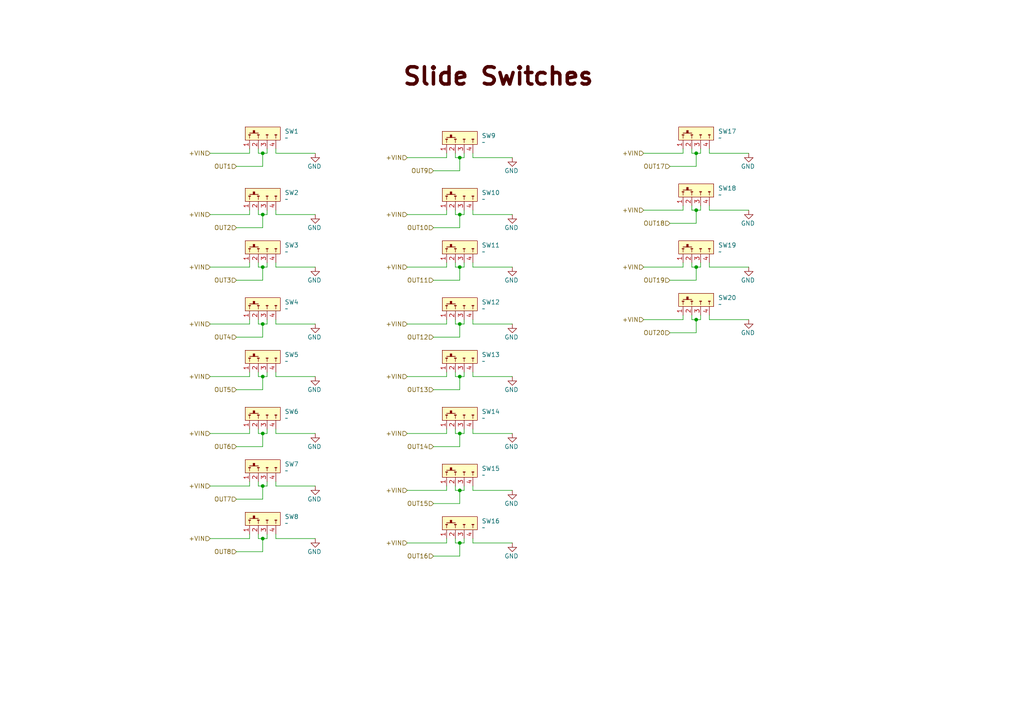
<source format=kicad_sch>
(kicad_sch (version 20250114) (generator "eeschema") (generator_version "9.0")
  (paper "A4")
  (title_block (title "Control Unit Tester") (date "2025-05-20") (comment 1 "Slide Switches"))
  (lib_symbols
    (symbol "My_Libraries:SLIDE_SWITCH_SP3T" (pin_names (hide yes))
      (property "Reference" "SW" (at -0.762 4.826 0))
      (symbol "SLIDE_SWITCH_SP3T_1_1"
        (rectangle (start -6.35 3.81) (end 3.81 0) (fill (type color) (color 255 255 194 1)))
        (polyline (pts (xy -5.08 2.032) (xy -2.54 2.032)) (stroke (width 0.2)))
        (polyline (pts (xy -5.08 0.508) (xy -5.08 1.524)))
        (polyline (pts (xy -4.826 1.524) (xy -5.334 1.524)) (stroke (width 0.3)))
        (polyline (pts (xy -4.064 2.032) (xy -4.064 2.794) (xy -3.556 2.794) (xy -3.556 2.032) (xy -4.064 2.032)) (fill (type outline)))
        (polyline (pts (xy -2.54 0.508) (xy -2.54 1.524)))
        (polyline (pts (xy -2.286 1.524) (xy -2.794 1.524)) (stroke (width 0.3)))
        (polyline (pts (xy 0 0.508) (xy 0 1.524)))
        (polyline (pts (xy 0.254 1.524) (xy -0.254 1.524)) (stroke (width 0.3)))
        (polyline (pts (xy 2.54 0.508) (xy 2.54 1.524)))
        (polyline (pts (xy 2.794 1.524) (xy 2.286 1.524)) (stroke (width 0.3)))
        (pin passive line (at -5.08 -2.54 90) (length 2.54) (name "1") (number "1"))
        (pin passive line (at -2.54 -2.54 90) (length 2.54) (name "2") (number "2"))
        (pin passive line (at 0 -2.54 90) (length 2.54) (name "3") (number "3"))
        (pin passive line (at 2.54 -2.54 90) (length 2.54) (name "4") (number "4"))
      )
    )
    (symbol "power:GND" (power) (pin_numbers (hide yes)) (pin_names (offset 0) (hide yes))
      (property "Value" "GND" (at 0 -3.81 0))
      (symbol "GND_0_1"
        (polyline (pts (xy 0 0) (xy 0 -1.27) (xy 1.27 -1.27) (xy 0 -2.54) (xy -1.27 -1.27) (xy 0 -1.27)))
      )
      (symbol "GND_1_1"
        (pin power_in line (at 0 0 270) (length 0) (name "~") (number "1"))
      )
    )
  )
  (text "Slide Switches" (at 144.526 22.352 0) (effects (font (size 5 5) (thickness 1) (bold yes))))
  (junction (at 76.2 77.47))
  (junction (at 76.2 140.97))
  (junction (at 133.35 77.47))
  (junction (at 76.2 156.21))
  (junction (at 133.35 109.22))
  (junction (at 76.2 62.23))
  (junction (at 201.93 77.47))
  (junction (at 76.2 93.98))
  (junction (at 201.93 44.45))
  (junction (at 201.93 60.96))
  (junction (at 133.35 142.24))
  (junction (at 201.93 92.71))
  (junction (at 133.35 62.23))
  (junction (at 133.35 125.73))
  (junction (at 133.35 45.72))
  (junction (at 76.2 125.73))
  (junction (at 76.2 109.22))
  (junction (at 133.35 157.48))
  (junction (at 133.35 93.98))
  (junction (at 76.2 44.45))
  (wire (pts (xy 194.31 96.52) (xy 201.93 96.52)))
  (wire (pts (xy 132.08 124.46) (xy 132.08 125.73)))
  (wire (pts (xy 77.47 43.18) (xy 77.47 44.45)))
  (wire (pts (xy 76.2 62.23) (xy 77.47 62.23)))
  (wire (pts (xy 68.58 48.26) (xy 76.2 48.26)))
  (wire (pts (xy 134.62 156.21) (xy 134.62 157.48)))
  (wire (pts (xy 201.93 44.45) (xy 201.93 48.26)))
  (wire (pts (xy 205.74 43.18) (xy 205.74 44.45)))
  (wire (pts (xy 68.58 113.03) (xy 76.2 113.03)))
  (wire (pts (xy 133.35 157.48) (xy 133.35 161.29)))
  (wire (pts (xy 74.93 62.23) (xy 76.2 62.23)))
  (wire (pts (xy 125.73 81.28) (xy 133.35 81.28)))
  (wire (pts (xy 205.74 92.71) (xy 217.17 92.71)))
  (wire (pts (xy 129.54 124.46) (xy 129.54 125.73)))
  (wire (pts (xy 72.39 154.94) (xy 72.39 156.21)))
  (wire (pts (xy 76.2 109.22) (xy 77.47 109.22)))
  (wire (pts (xy 194.31 48.26) (xy 201.93 48.26)))
  (wire (pts (xy 80.01 77.47) (xy 91.44 77.47)))
  (wire (pts (xy 133.35 93.98) (xy 134.62 93.98)))
  (wire (pts (xy 74.93 44.45) (xy 76.2 44.45)))
  (wire (pts (xy 137.16 107.95) (xy 137.16 109.22)))
  (wire (pts (xy 198.12 91.44) (xy 198.12 92.71)))
  (wire (pts (xy 134.62 140.97) (xy 134.62 142.24)))
  (wire (pts (xy 133.35 77.47) (xy 133.35 81.28)))
  (wire (pts (xy 132.08 93.98) (xy 133.35 93.98)))
  (wire (pts (xy 200.66 59.69) (xy 200.66 60.96)))
  (wire (pts (xy 137.16 93.98) (xy 148.59 93.98)))
  (wire (pts (xy 203.2 76.2) (xy 203.2 77.47)))
  (wire (pts (xy 60.96 44.45) (xy 72.39 44.45)))
  (wire (pts (xy 133.35 62.23) (xy 133.35 66.04)))
  (wire (pts (xy 132.08 92.71) (xy 132.08 93.98)))
  (wire (pts (xy 132.08 142.24) (xy 133.35 142.24)))
  (wire (pts (xy 137.16 76.2) (xy 137.16 77.47)))
  (wire (pts (xy 125.73 49.53) (xy 133.35 49.53)))
  (wire (pts (xy 134.62 44.45) (xy 134.62 45.72)))
  (wire (pts (xy 133.35 125.73) (xy 134.62 125.73)))
  (wire (pts (xy 137.16 45.72) (xy 148.59 45.72)))
  (wire (pts (xy 129.54 107.95) (xy 129.54 109.22)))
  (wire (pts (xy 134.62 124.46) (xy 134.62 125.73)))
  (wire (pts (xy 118.11 93.98) (xy 129.54 93.98)))
  (wire (pts (xy 76.2 125.73) (xy 76.2 129.54)))
  (wire (pts (xy 76.2 125.73) (xy 77.47 125.73)))
  (wire (pts (xy 194.31 81.28) (xy 201.93 81.28)))
  (wire (pts (xy 203.2 91.44) (xy 203.2 92.71)))
  (wire (pts (xy 134.62 107.95) (xy 134.62 109.22)))
  (wire (pts (xy 80.01 139.7) (xy 80.01 140.97)))
  (wire (pts (xy 132.08 60.96) (xy 132.08 62.23)))
  (wire (pts (xy 137.16 44.45) (xy 137.16 45.72)))
  (wire (pts (xy 77.47 139.7) (xy 77.47 140.97)))
  (wire (pts (xy 77.47 154.94) (xy 77.47 156.21)))
  (wire (pts (xy 77.47 124.46) (xy 77.47 125.73)))
  (wire (pts (xy 72.39 43.18) (xy 72.39 44.45)))
  (wire (pts (xy 132.08 157.48) (xy 133.35 157.48)))
  (wire (pts (xy 137.16 109.22) (xy 148.59 109.22)))
  (wire (pts (xy 194.31 64.77) (xy 201.93 64.77)))
  (wire (pts (xy 129.54 92.71) (xy 129.54 93.98)))
  (wire (pts (xy 68.58 66.04) (xy 76.2 66.04)))
  (wire (pts (xy 74.93 139.7) (xy 74.93 140.97)))
  (wire (pts (xy 72.39 76.2) (xy 72.39 77.47)))
  (wire (pts (xy 134.62 76.2) (xy 134.62 77.47)))
  (wire (pts (xy 200.66 91.44) (xy 200.66 92.71)))
  (wire (pts (xy 60.96 109.22) (xy 72.39 109.22)))
  (wire (pts (xy 80.01 60.96) (xy 80.01 62.23)))
  (wire (pts (xy 133.35 62.23) (xy 134.62 62.23)))
  (wire (pts (xy 137.16 62.23) (xy 148.59 62.23)))
  (wire (pts (xy 60.96 140.97) (xy 72.39 140.97)))
  (wire (pts (xy 205.74 59.69) (xy 205.74 60.96)))
  (wire (pts (xy 76.2 62.23) (xy 76.2 66.04)))
  (wire (pts (xy 60.96 77.47) (xy 72.39 77.47)))
  (wire (pts (xy 74.93 77.47) (xy 76.2 77.47)))
  (wire (pts (xy 76.2 44.45) (xy 76.2 48.26)))
  (wire (pts (xy 68.58 144.78) (xy 76.2 144.78)))
  (wire (pts (xy 132.08 140.97) (xy 132.08 142.24)))
  (wire (pts (xy 80.01 156.21) (xy 91.44 156.21)))
  (wire (pts (xy 198.12 43.18) (xy 198.12 44.45)))
  (wire (pts (xy 76.2 156.21) (xy 77.47 156.21)))
  (wire (pts (xy 125.73 146.05) (xy 133.35 146.05)))
  (wire (pts (xy 80.01 124.46) (xy 80.01 125.73)))
  (wire (pts (xy 80.01 43.18) (xy 80.01 44.45)))
  (wire (pts (xy 118.11 125.73) (xy 129.54 125.73)))
  (wire (pts (xy 118.11 109.22) (xy 129.54 109.22)))
  (wire (pts (xy 201.93 60.96) (xy 201.93 64.77)))
  (wire (pts (xy 76.2 140.97) (xy 76.2 144.78)))
  (wire (pts (xy 133.35 45.72) (xy 133.35 49.53)))
  (wire (pts (xy 118.11 45.72) (xy 129.54 45.72)))
  (wire (pts (xy 132.08 109.22) (xy 133.35 109.22)))
  (wire (pts (xy 80.01 93.98) (xy 91.44 93.98)))
  (wire (pts (xy 72.39 60.96) (xy 72.39 62.23)))
  (wire (pts (xy 200.66 76.2) (xy 200.66 77.47)))
  (wire (pts (xy 201.93 60.96) (xy 203.2 60.96)))
  (wire (pts (xy 132.08 107.95) (xy 132.08 109.22)))
  (wire (pts (xy 186.69 92.71) (xy 198.12 92.71)))
  (wire (pts (xy 137.16 125.73) (xy 148.59 125.73)))
  (wire (pts (xy 200.66 92.71) (xy 201.93 92.71)))
  (wire (pts (xy 72.39 92.71) (xy 72.39 93.98)))
  (wire (pts (xy 74.93 92.71) (xy 74.93 93.98)))
  (wire (pts (xy 134.62 92.71) (xy 134.62 93.98)))
  (wire (pts (xy 132.08 125.73) (xy 133.35 125.73)))
  (wire (pts (xy 132.08 45.72) (xy 133.35 45.72)))
  (wire (pts (xy 205.74 77.47) (xy 217.17 77.47)))
  (wire (pts (xy 133.35 45.72) (xy 134.62 45.72)))
  (wire (pts (xy 68.58 160.02) (xy 76.2 160.02)))
  (wire (pts (xy 77.47 92.71) (xy 77.47 93.98)))
  (wire (pts (xy 60.96 62.23) (xy 72.39 62.23)))
  (wire (pts (xy 133.35 77.47) (xy 134.62 77.47)))
  (wire (pts (xy 77.47 60.96) (xy 77.47 62.23)))
  (wire (pts (xy 77.47 76.2) (xy 77.47 77.47)))
  (wire (pts (xy 118.11 142.24) (xy 129.54 142.24)))
  (wire (pts (xy 133.35 109.22) (xy 133.35 113.03)))
  (wire (pts (xy 132.08 156.21) (xy 132.08 157.48)))
  (wire (pts (xy 74.93 124.46) (xy 74.93 125.73)))
  (wire (pts (xy 137.16 60.96) (xy 137.16 62.23)))
  (wire (pts (xy 80.01 62.23) (xy 91.44 62.23)))
  (wire (pts (xy 137.16 157.48) (xy 148.59 157.48)))
  (wire (pts (xy 68.58 81.28) (xy 76.2 81.28)))
  (wire (pts (xy 76.2 93.98) (xy 77.47 93.98)))
  (wire (pts (xy 80.01 154.94) (xy 80.01 156.21)))
  (wire (pts (xy 201.93 92.71) (xy 201.93 96.52)))
  (wire (pts (xy 133.35 93.98) (xy 133.35 97.79)))
  (wire (pts (xy 60.96 93.98) (xy 72.39 93.98)))
  (wire (pts (xy 74.93 93.98) (xy 76.2 93.98)))
  (wire (pts (xy 80.01 125.73) (xy 91.44 125.73)))
  (wire (pts (xy 129.54 156.21) (xy 129.54 157.48)))
  (wire (pts (xy 129.54 60.96) (xy 129.54 62.23)))
  (wire (pts (xy 125.73 66.04) (xy 133.35 66.04)))
  (wire (pts (xy 76.2 77.47) (xy 77.47 77.47)))
  (wire (pts (xy 72.39 107.95) (xy 72.39 109.22)))
  (wire (pts (xy 125.73 129.54) (xy 133.35 129.54)))
  (wire (pts (xy 74.93 125.73) (xy 76.2 125.73)))
  (wire (pts (xy 201.93 44.45) (xy 203.2 44.45)))
  (wire (pts (xy 76.2 109.22) (xy 76.2 113.03)))
  (wire (pts (xy 203.2 43.18) (xy 203.2 44.45)))
  (wire (pts (xy 74.93 107.95) (xy 74.93 109.22)))
  (wire (pts (xy 129.54 44.45) (xy 129.54 45.72)))
  (wire (pts (xy 203.2 59.69) (xy 203.2 60.96)))
  (wire (pts (xy 200.66 44.45) (xy 201.93 44.45)))
  (wire (pts (xy 198.12 76.2) (xy 198.12 77.47)))
  (wire (pts (xy 76.2 140.97) (xy 77.47 140.97)))
  (wire (pts (xy 125.73 113.03) (xy 133.35 113.03)))
  (wire (pts (xy 132.08 76.2) (xy 132.08 77.47)))
  (wire (pts (xy 133.35 109.22) (xy 134.62 109.22)))
  (wire (pts (xy 201.93 92.71) (xy 203.2 92.71)))
  (wire (pts (xy 76.2 156.21) (xy 76.2 160.02)))
  (wire (pts (xy 186.69 44.45) (xy 198.12 44.45)))
  (wire (pts (xy 68.58 129.54) (xy 76.2 129.54)))
  (wire (pts (xy 118.11 62.23) (xy 129.54 62.23)))
  (wire (pts (xy 133.35 125.73) (xy 133.35 129.54)))
  (wire (pts (xy 133.35 157.48) (xy 134.62 157.48)))
  (wire (pts (xy 132.08 77.47) (xy 133.35 77.47)))
  (wire (pts (xy 60.96 125.73) (xy 72.39 125.73)))
  (wire (pts (xy 80.01 140.97) (xy 91.44 140.97)))
  (wire (pts (xy 77.47 107.95) (xy 77.47 109.22)))
  (wire (pts (xy 205.74 91.44) (xy 205.74 92.71)))
  (wire (pts (xy 76.2 93.98) (xy 76.2 97.79)))
  (wire (pts (xy 118.11 157.48) (xy 129.54 157.48)))
  (wire (pts (xy 74.93 156.21) (xy 76.2 156.21)))
  (wire (pts (xy 205.74 44.45) (xy 217.17 44.45)))
  (wire (pts (xy 72.39 124.46) (xy 72.39 125.73)))
  (wire (pts (xy 80.01 107.95) (xy 80.01 109.22)))
  (wire (pts (xy 68.58 97.79) (xy 76.2 97.79)))
  (wire (pts (xy 72.39 139.7) (xy 72.39 140.97)))
  (wire (pts (xy 74.93 76.2) (xy 74.93 77.47)))
  (wire (pts (xy 134.62 60.96) (xy 134.62 62.23)))
  (wire (pts (xy 133.35 142.24) (xy 133.35 146.05)))
  (wire (pts (xy 137.16 142.24) (xy 148.59 142.24)))
  (wire (pts (xy 200.66 43.18) (xy 200.66 44.45)))
  (wire (pts (xy 80.01 44.45) (xy 91.44 44.45)))
  (wire (pts (xy 80.01 76.2) (xy 80.01 77.47)))
  (wire (pts (xy 129.54 140.97) (xy 129.54 142.24)))
  (wire (pts (xy 80.01 109.22) (xy 91.44 109.22)))
  (wire (pts (xy 60.96 156.21) (xy 72.39 156.21)))
  (wire (pts (xy 137.16 156.21) (xy 137.16 157.48)))
  (wire (pts (xy 129.54 76.2) (xy 129.54 77.47)))
  (wire (pts (xy 74.93 109.22) (xy 76.2 109.22)))
  (wire (pts (xy 205.74 76.2) (xy 205.74 77.47)))
  (wire (pts (xy 205.74 60.96) (xy 217.17 60.96)))
  (wire (pts (xy 186.69 77.47) (xy 198.12 77.47)))
  (wire (pts (xy 137.16 140.97) (xy 137.16 142.24)))
  (wire (pts (xy 74.93 60.96) (xy 74.93 62.23)))
  (wire (pts (xy 200.66 77.47) (xy 201.93 77.47)))
  (wire (pts (xy 198.12 59.69) (xy 198.12 60.96)))
  (wire (pts (xy 80.01 92.71) (xy 80.01 93.98)))
  (wire (pts (xy 125.73 97.79) (xy 133.35 97.79)))
  (wire (pts (xy 137.16 92.71) (xy 137.16 93.98)))
  (wire (pts (xy 76.2 77.47) (xy 76.2 81.28)))
  (wire (pts (xy 74.93 140.97) (xy 76.2 140.97)))
  (wire (pts (xy 133.35 142.24) (xy 134.62 142.24)))
  (wire (pts (xy 76.2 44.45) (xy 77.47 44.45)))
  (wire (pts (xy 201.93 77.47) (xy 203.2 77.47)))
  (wire (pts (xy 186.69 60.96) (xy 198.12 60.96)))
  (wire (pts (xy 74.93 154.94) (xy 74.93 156.21)))
  (wire (pts (xy 137.16 77.47) (xy 148.59 77.47)))
  (wire (pts (xy 74.93 43.18) (xy 74.93 44.45)))
  (wire (pts (xy 125.73 161.29) (xy 133.35 161.29)))
  (wire (pts (xy 200.66 60.96) (xy 201.93 60.96)))
  (wire (pts (xy 132.08 62.23) (xy 133.35 62.23)))
  (wire (pts (xy 118.11 77.47) (xy 129.54 77.47)))
  (wire (pts (xy 137.16 124.46) (xy 137.16 125.73)))
  (wire (pts (xy 132.08 44.45) (xy 132.08 45.72)))
  (wire (pts (xy 201.93 77.47) (xy 201.93 81.28)))
  (hierarchical_label "+VIN" (shape input) (at 118.11 157.48 180))
  (hierarchical_label "+VIN" (shape input) (at 118.11 77.47 180))
  (hierarchical_label "+VIN" (shape input) (at 118.11 125.73 180))
  (hierarchical_label "OUT5" (shape input) (at 68.58 113.03 180))
  (hierarchical_label "OUT19" (shape input) (at 194.31 81.28 180))
  (hierarchical_label "OUT15" (shape input) (at 125.73 146.05 180))
  (hierarchical_label "OUT7" (shape input) (at 68.58 144.78 180))
  (hierarchical_label "+VIN" (shape input) (at 60.96 62.23 180))
  (hierarchical_label "OUT12" (shape input) (at 125.73 97.79 180))
  (hierarchical_label "OUT1" (shape input) (at 68.58 48.26 180))
  (hierarchical_label "OUT9" (shape input) (at 125.73 49.53 180))
  (hierarchical_label "+VIN" (shape input) (at 186.69 44.45 180))
  (hierarchical_label "+VIN" (shape input) (at 186.69 60.96 180))
  (hierarchical_label "OUT20" (shape input) (at 194.31 96.52 180))
  (hierarchical_label "OUT16" (shape input) (at 125.73 161.29 180))
  (hierarchical_label "OUT17" (shape input) (at 194.31 48.26 180))
  (hierarchical_label "+VIN" (shape input) (at 118.11 109.22 180))
  (hierarchical_label "+VIN" (shape input) (at 60.96 44.45 180))
  (hierarchical_label "OUT6" (shape input) (at 68.58 129.54 180))
  (hierarchical_label "+VIN" (shape input) (at 60.96 156.21 180))
  (hierarchical_label "+VIN" (shape input) (at 60.96 109.22 180))
  (hierarchical_label "OUT4" (shape input) (at 68.58 97.79 180))
  (hierarchical_label "+VIN" (shape input) (at 60.96 140.97 180))
  (hierarchical_label "+VIN" (shape input) (at 186.69 77.47 180))
  (hierarchical_label "OUT13" (shape input) (at 125.73 113.03 180))
  (hierarchical_label "OUT11" (shape input) (at 125.73 81.28 180))
  (hierarchical_label "OUT8" (shape input) (at 68.58 160.02 180))
  (hierarchical_label "OUT18" (shape input) (at 194.31 64.77 180))
  (hierarchical_label "+VIN" (shape input) (at 118.11 93.98 180))
  (hierarchical_label "OUT10" (shape input) (at 125.73 66.04 180))
  (hierarchical_label "+VIN" (shape input) (at 60.96 93.98 180))
  (hierarchical_label "+VIN" (shape input) (at 60.96 77.47 180))
  (hierarchical_label "OUT2" (shape input) (at 68.58 66.04 180))
  (hierarchical_label "+VIN" (shape input) (at 60.96 125.73 180))
  (hierarchical_label "OUT3" (shape input) (at 68.58 81.28 180))
  (hierarchical_label "OUT14" (shape input) (at 125.73 129.54 180))
  (hierarchical_label "+VIN" (shape input) (at 118.11 142.24 180))
  (hierarchical_label "+VIN" (shape input) (at 118.11 45.72 180))
  (hierarchical_label "+VIN" (shape input) (at 118.11 62.23 180))
  (hierarchical_label "+VIN" (shape input) (at 186.69 92.71 180))
  (symbol (lib_id "My_Libraries:SLIDE_SWITCH_SP3T") (at 134.62 121.92 0) (unit 1)
    (property "Reference" "SW14" (at 139.7 119.3799 0) (effects (justify left)))
    (property "Value" "~" (at 139.7 121.285 0) (effects (justify left)))
    (property "Footprint" "My_Footprints:SLW-156646-5A-N-D" (effects (hide yes)))
    (property "Description" "Slide switch 4 positions SP3T" (effects (hide yes)))
  )
  (symbol (lib_id "power:GND") (at 91.44 156.21 0) (unit 1)
    (property "Reference" "#PWR019" (effects (hide yes)))
    (property "Value" "GND" (at 91.186 160.02 0))
    (property "Description" "Power symbol creates a global label with name \"GND\" , ground" (effects (hide yes)))
  )
  (symbol (lib_id "My_Libraries:SLIDE_SWITCH_SP3T") (at 203.2 57.15 0) (unit 1)
    (property "Reference" "SW18" (at 208.28 54.6099 0) (effects (justify left)))
    (property "Value" "~" (at 208.28 56.515 0) (effects (justify left)))
    (property "Footprint" "My_Footprints:SLW-156646-5A-N-D" (effects (hide yes)))
    (property "Description" "Slide switch 4 positions SP3T" (effects (hide yes)))
  )
  (symbol (lib_id "power:GND") (at 91.44 125.73 0) (unit 1)
    (property "Reference" "#PWR017" (effects (hide yes)))
    (property "Value" "GND" (at 91.186 129.54 0))
    (property "Description" "Power symbol creates a global label with name \"GND\" , ground" (effects (hide yes)))
  )
  (symbol (lib_id "power:GND") (at 91.44 93.98 0) (unit 1)
    (property "Reference" "#PWR015" (effects (hide yes)))
    (property "Value" "GND" (at 91.186 97.79 0))
    (property "Description" "Power symbol creates a global label with name \"GND\" , ground" (effects (hide yes)))
  )
  (symbol (lib_id "My_Libraries:SLIDE_SWITCH_SP3T") (at 77.47 58.42 0) (unit 1)
    (property "Reference" "SW2" (at 82.55 55.8799 0) (effects (justify left)))
    (property "Value" "~" (at 82.55 57.785 0) (effects (justify left)))
    (property "Footprint" "My_Footprints:SLW-156646-5A-N-D" (effects (hide yes)))
    (property "Description" "Slide switch 4 positions SP3T" (effects (hide yes)))
  )
  (symbol (lib_id "power:GND") (at 148.59 62.23 0) (unit 1)
    (property "Reference" "#PWR021" (effects (hide yes)))
    (property "Value" "GND" (at 148.336 66.04 0))
    (property "Description" "Power symbol creates a global label with name \"GND\" , ground" (effects (hide yes)))
  )
  (symbol (lib_id "power:GND") (at 148.59 157.48 0) (unit 1)
    (property "Reference" "#PWR027" (effects (hide yes)))
    (property "Value" "GND" (at 148.336 161.29 0))
    (property "Description" "Power symbol creates a global label with name \"GND\" , ground" (effects (hide yes)))
  )
  (symbol (lib_id "My_Libraries:SLIDE_SWITCH_SP3T") (at 203.2 73.66 0) (unit 1)
    (property "Reference" "SW19" (at 208.28 71.1199 0) (effects (justify left)))
    (property "Value" "~" (at 208.28 73.025 0) (effects (justify left)))
    (property "Footprint" "My_Footprints:SLW-156646-5A-N-D" (effects (hide yes)))
    (property "Description" "Slide switch 4 positions SP3T" (effects (hide yes)))
  )
  (symbol (lib_id "power:GND") (at 91.44 62.23 0) (unit 1)
    (property "Reference" "#PWR013" (effects (hide yes)))
    (property "Value" "GND" (at 91.186 66.04 0))
    (property "Description" "Power symbol creates a global label with name \"GND\" , ground" (effects (hide yes)))
  )
  (symbol (lib_id "My_Libraries:SLIDE_SWITCH_SP3T") (at 203.2 88.9 0) (unit 1)
    (property "Reference" "SW20" (at 208.28 86.3599 0) (effects (justify left)))
    (property "Value" "~" (at 208.28 88.265 0) (effects (justify left)))
    (property "Footprint" "My_Footprints:SLW-156646-5A-N-D" (effects (hide yes)))
    (property "Description" "Slide switch 4 positions SP3T" (effects (hide yes)))
  )
  (symbol (lib_id "My_Libraries:SLIDE_SWITCH_SP3T") (at 77.47 137.16 0) (unit 1)
    (property "Reference" "SW7" (at 82.55 134.6199 0) (effects (justify left)))
    (property "Value" "~" (at 82.55 136.525 0) (effects (justify left)))
    (property "Footprint" "My_Footprints:SLW-156646-5A-N-D" (effects (hide yes)))
    (property "Description" "Slide switch 4 positions SP3T" (effects (hide yes)))
  )
  (symbol (lib_id "power:GND") (at 91.44 140.97 0) (unit 1)
    (property "Reference" "#PWR018" (effects (hide yes)))
    (property "Value" "GND" (at 91.186 144.78 0))
    (property "Description" "Power symbol creates a global label with name \"GND\" , ground" (effects (hide yes)))
  )
  (symbol (lib_id "power:GND") (at 148.59 142.24 0) (unit 1)
    (property "Reference" "#PWR026" (effects (hide yes)))
    (property "Value" "GND" (at 148.336 146.05 0))
    (property "Description" "Power symbol creates a global label with name \"GND\" , ground" (effects (hide yes)))
  )
  (symbol (lib_id "power:GND") (at 148.59 109.22 0) (unit 1)
    (property "Reference" "#PWR024" (effects (hide yes)))
    (property "Value" "GND" (at 148.336 113.03 0))
    (property "Description" "Power symbol creates a global label with name \"GND\" , ground" (effects (hide yes)))
  )
  (symbol (lib_id "power:GND") (at 148.59 93.98 0) (unit 1)
    (property "Reference" "#PWR023" (effects (hide yes)))
    (property "Value" "GND" (at 148.336 97.79 0))
    (property "Description" "Power symbol creates a global label with name \"GND\" , ground" (effects (hide yes)))
  )
  (symbol (lib_id "My_Libraries:SLIDE_SWITCH_SP3T") (at 77.47 121.92 0) (unit 1)
    (property "Reference" "SW6" (at 82.55 119.3799 0) (effects (justify left)))
    (property "Value" "~" (at 82.55 121.285 0) (effects (justify left)))
    (property "Footprint" "My_Footprints:SLW-156646-5A-N-D" (effects (hide yes)))
    (property "Description" "Slide switch 4 positions SP3T" (effects (hide yes)))
  )
  (symbol (lib_id "power:GND") (at 148.59 77.47 0) (unit 1)
    (property "Reference" "#PWR022" (effects (hide yes)))
    (property "Value" "GND" (at 148.336 81.28 0))
    (property "Description" "Power symbol creates a global label with name \"GND\" , ground" (effects (hide yes)))
  )
  (symbol (lib_id "My_Libraries:SLIDE_SWITCH_SP3T") (at 77.47 40.64 0) (unit 1)
    (property "Reference" "SW1" (at 82.55 38.0999 0) (effects (justify left)))
    (property "Value" "~" (at 82.55 40.005 0) (effects (justify left)))
    (property "Footprint" "My_Footprints:SLW-156646-5A-N-D" (effects (hide yes)))
    (property "Description" "Slide switch 4 positions SP3T" (effects (hide yes)))
  )
  (symbol (lib_id "My_Libraries:SLIDE_SWITCH_SP3T") (at 77.47 90.17 0) (unit 1)
    (property "Reference" "SW4" (at 82.55 87.6299 0) (effects (justify left)))
    (property "Value" "~" (at 82.55 89.535 0) (effects (justify left)))
    (property "Footprint" "My_Footprints:SLW-156646-5A-N-D" (effects (hide yes)))
    (property "Description" "Slide switch 4 positions SP3T" (effects (hide yes)))
  )
  (symbol (lib_id "My_Libraries:SLIDE_SWITCH_SP3T") (at 134.62 58.42 0) (unit 1)
    (property "Reference" "SW10" (at 139.7 55.8799 0) (effects (justify left)))
    (property "Value" "~" (at 139.7 57.785 0) (effects (justify left)))
    (property "Footprint" "My_Footprints:SLW-156646-5A-N-D" (effects (hide yes)))
    (property "Description" "Slide switch 4 positions SP3T" (effects (hide yes)))
  )
  (symbol (lib_id "power:GND") (at 217.17 92.71 0) (unit 1)
    (property "Reference" "#PWR031" (effects (hide yes)))
    (property "Value" "GND" (at 216.916 96.52 0))
    (property "Description" "Power symbol creates a global label with name \"GND\" , ground" (effects (hide yes)))
  )
  (symbol (lib_id "power:GND") (at 91.44 109.22 0) (unit 1)
    (property "Reference" "#PWR016" (effects (hide yes)))
    (property "Value" "GND" (at 91.186 113.03 0))
    (property "Description" "Power symbol creates a global label with name \"GND\" , ground" (effects (hide yes)))
  )
  (symbol (lib_id "power:GND") (at 148.59 125.73 0) (unit 1)
    (property "Reference" "#PWR025" (effects (hide yes)))
    (property "Value" "GND" (at 148.336 129.54 0))
    (property "Description" "Power symbol creates a global label with name \"GND\" , ground" (effects (hide yes)))
  )
  (symbol (lib_id "My_Libraries:SLIDE_SWITCH_SP3T") (at 203.2 40.64 0) (unit 1)
    (property "Reference" "SW17" (at 208.28 38.0999 0) (effects (justify left)))
    (property "Value" "~" (at 208.28 40.005 0) (effects (justify left)))
    (property "Footprint" "My_Footprints:SLW-156646-5A-N-D" (effects (hide yes)))
    (property "Description" "Slide switch 4 positions SP3T" (effects (hide yes)))
  )
  (symbol (lib_id "power:GND") (at 217.17 60.96 0) (unit 1)
    (property "Reference" "#PWR029" (effects (hide yes)))
    (property "Value" "GND" (at 216.916 64.77 0))
    (property "Description" "Power symbol creates a global label with name \"GND\" , ground" (effects (hide yes)))
  )
  (symbol (lib_id "My_Libraries:SLIDE_SWITCH_SP3T") (at 134.62 138.43 0) (unit 1)
    (property "Reference" "SW15" (at 139.7 135.8899 0) (effects (justify left)))
    (property "Value" "~" (at 139.7 137.795 0) (effects (justify left)))
    (property "Footprint" "My_Footprints:SLW-156646-5A-N-D" (effects (hide yes)))
    (property "Description" "Slide switch 4 positions SP3T" (effects (hide yes)))
  )
  (symbol (lib_id "power:GND") (at 217.17 44.45 0) (unit 1)
    (property "Reference" "#PWR028" (effects (hide yes)))
    (property "Value" "GND" (at 216.916 48.26 0))
    (property "Description" "Power symbol creates a global label with name \"GND\" , ground" (effects (hide yes)))
  )
  (symbol (lib_id "power:GND") (at 148.59 45.72 0) (unit 1)
    (property "Reference" "#PWR020" (effects (hide yes)))
    (property "Value" "GND" (at 148.336 49.53 0))
    (property "Description" "Power symbol creates a global label with name \"GND\" , ground" (effects (hide yes)))
  )
  (symbol (lib_id "My_Libraries:SLIDE_SWITCH_SP3T") (at 134.62 153.67 0) (unit 1)
    (property "Reference" "SW16" (at 139.7 151.1299 0) (effects (justify left)))
    (property "Value" "~" (at 139.7 153.035 0) (effects (justify left)))
    (property "Footprint" "My_Footprints:SLW-156646-5A-N-D" (effects (hide yes)))
    (property "Description" "Slide switch 4 positions SP3T" (effects (hide yes)))
  )
  (symbol (lib_id "power:GND") (at 91.44 44.45 0) (unit 1)
    (property "Reference" "#PWR012" (effects (hide yes)))
    (property "Value" "GND" (at 91.186 48.26 0))
    (property "Description" "Power symbol creates a global label with name \"GND\" , ground" (effects (hide yes)))
  )
  (symbol (lib_id "My_Libraries:SLIDE_SWITCH_SP3T") (at 134.62 90.17 0) (unit 1)
    (property "Reference" "SW12" (at 139.7 87.6299 0) (effects (justify left)))
    (property "Value" "~" (at 139.7 89.535 0) (effects (justify left)))
    (property "Footprint" "My_Footprints:SLW-156646-5A-N-D" (effects (hide yes)))
    (property "Description" "Slide switch 4 positions SP3T" (effects (hide yes)))
  )
  (symbol (lib_id "My_Libraries:SLIDE_SWITCH_SP3T") (at 77.47 152.4 0) (unit 1)
    (property "Reference" "SW8" (at 82.55 149.8599 0) (effects (justify left)))
    (property "Value" "~" (at 82.55 151.765 0) (effects (justify left)))
    (property "Footprint" "My_Footprints:SLW-156646-5A-N-D" (effects (hide yes)))
    (property "Description" "Slide switch 4 positions SP3T" (effects (hide yes)))
  )
  (symbol (lib_id "My_Libraries:SLIDE_SWITCH_SP3T") (at 134.62 41.91 0) (unit 1)
    (property "Reference" "SW9" (at 139.7 39.3699 0) (effects (justify left)))
    (property "Value" "~" (at 139.7 41.275 0) (effects (justify left)))
    (property "Footprint" "My_Footprints:SLW-156646-5A-N-D" (effects (hide yes)))
    (property "Description" "Slide switch 4 positions SP3T" (effects (hide yes)))
  )
  (symbol (lib_id "My_Libraries:SLIDE_SWITCH_SP3T") (at 134.62 105.41 0) (unit 1)
    (property "Reference" "SW13" (at 139.7 102.8699 0) (effects (justify left)))
    (property "Value" "~" (at 139.7 104.775 0) (effects (justify left)))
    (property "Footprint" "My_Footprints:SLW-156646-5A-N-D" (effects (hide yes)))
    (property "Description" "Slide switch 4 positions SP3T" (effects (hide yes)))
  )
  (symbol (lib_id "My_Libraries:SLIDE_SWITCH_SP3T") (at 77.47 105.41 0) (unit 1)
    (property "Reference" "SW5" (at 82.55 102.8699 0) (effects (justify left)))
    (property "Value" "~" (at 82.55 104.775 0) (effects (justify left)))
    (property "Footprint" "My_Footprints:SLW-156646-5A-N-D" (effects (hide yes)))
    (property "Description" "Slide switch 4 positions SP3T" (effects (hide yes)))
  )
  (symbol (lib_id "power:GND") (at 217.17 77.47 0) (unit 1)
    (property "Reference" "#PWR030" (effects (hide yes)))
    (property "Value" "GND" (at 216.916 81.28 0))
    (property "Description" "Power symbol creates a global label with name \"GND\" , ground" (effects (hide yes)))
  )
  (symbol (lib_id "My_Libraries:SLIDE_SWITCH_SP3T") (at 134.62 73.66 0) (unit 1)
    (property "Reference" "SW11" (at 139.7 71.1199 0) (effects (justify left)))
    (property "Value" "~" (at 139.7 73.025 0) (effects (justify left)))
    (property "Footprint" "My_Footprints:SLW-156646-5A-N-D" (effects (hide yes)))
    (property "Description" "Slide switch 4 positions SP3T" (effects (hide yes)))
  )
  (symbol (lib_id "My_Libraries:SLIDE_SWITCH_SP3T") (at 77.47 73.66 0) (unit 1)
    (property "Reference" "SW3" (at 82.55 71.1199 0) (effects (justify left)))
    (property "Value" "~" (at 82.55 73.025 0) (effects (justify left)))
    (property "Footprint" "My_Footprints:SLW-156646-5A-N-D" (effects (hide yes)))
    (property "Description" "Slide switch 4 positions SP3T" (effects (hide yes)))
  )
  (symbol (lib_id "power:GND") (at 91.44 77.47 0) (unit 1)
    (property "Reference" "#PWR014" (effects (hide yes)))
    (property "Value" "GND" (at 91.186 81.28 0))
    (property "Description" "Power symbol creates a global label with name \"GND\" , ground" (effects (hide yes)))
  )
)
</source>
